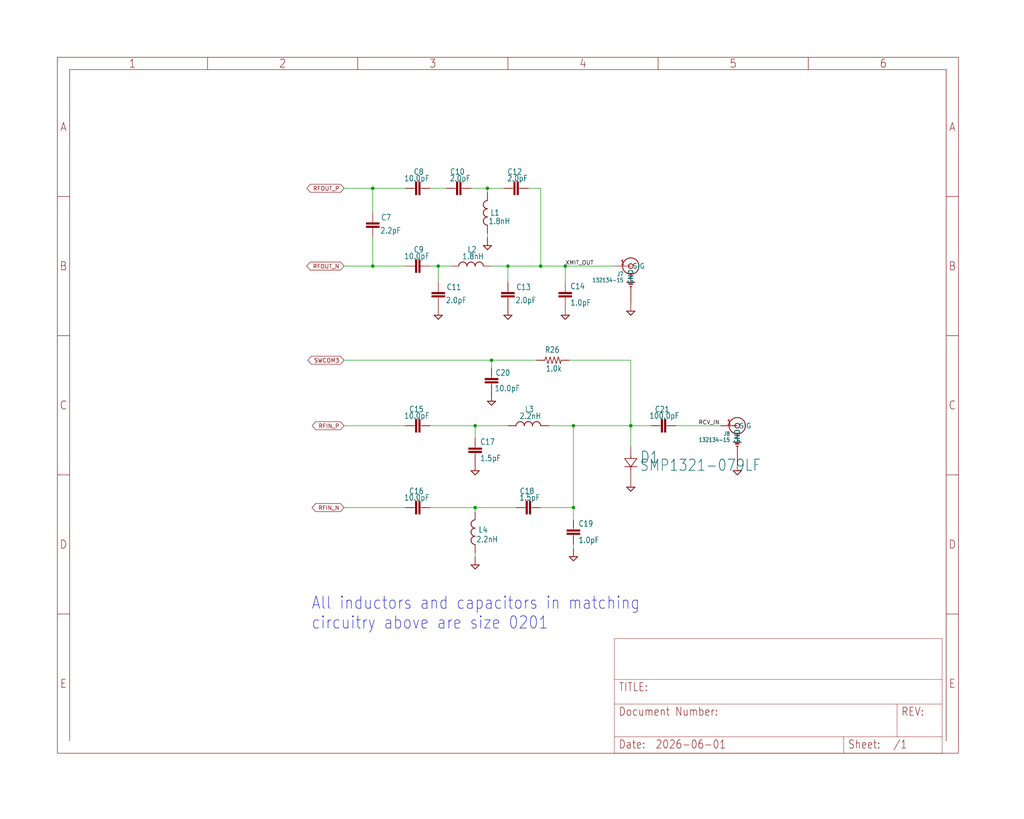
<source format=kicad_sch>
(kicad_sch (version 20250114) (generator "eeschema") (generator_version "9.0")
  (paper "User" 317.5 254.127)
  (lib_symbols
    (symbol "AR9271_eval-eagle-import:132134-15"
      (property "Reference" "J" (at 2.224 -3.1771 0))
      (symbol "132134-15_1_0"
        (polyline (pts (xy -1.27 -5.08) (xy 1.27 -5.08)) (stroke (width 0.254)))
        (polyline (pts (xy -0.635 -5.715) (xy 0.635 -5.715)) (stroke (width 0.254)))
        (polyline (pts (xy -0.3175 -6.35) (xy 0.3175 -6.35)) (stroke (width 0.254)))
        (circle (center 0 0) (radius 0.7184) (stroke (width 0.254)))
        (circle (center 0 0) (radius 2.54) (stroke (width 0.254)))
        (polyline (pts (xy 0 -2.54) (xy 0 -5.08)) (stroke (width 0.254)))
        (pin passive line (at 0 -11.43 90) (length 5.08) (name "GND") (number "P1"))
        (pin passive line (at 0 -11.43 90) (length 5.08) (name "GND") (number "P2"))
        (pin passive line (at 0 -11.43 90) (length 5.08) (name "GND") (number "P3"))
        (pin passive line (at 0 -11.43 90) (length 5.08) (name "GND") (number "P4"))
        (pin passive line (at 5.08 0 180) (length 5.08) (name "SIG") (number "1"))
      )
    )
    (symbol "AR9271_eval-eagle-import:C-EU0201-B-NOSILK"
      (property "Reference" "C" (at 1.524 0.381 0))
      (symbol "C-EU0201-B-NOSILK_1_0"
        (rectangle (start -2.032 -1.016) (end 2.032 -0.508) (fill (type outline)))
        (rectangle (start -2.032 -2.032) (end 2.032 -1.524) (fill (type outline)))
        (polyline (pts (xy 0 0) (xy 0 -0.508)) (stroke (width 0.1524)))
        (polyline (pts (xy 0 -2.54) (xy 0 -2.032)) (stroke (width 0.1524)))
        (pin passive line (at 0 2.54 270) (length 2.54) (name "1") (number "1"))
        (pin passive line (at 0 -5.08 90) (length 2.54) (name "2") (number "2"))
      )
    )
    (symbol "AR9271_eval-eagle-import:FRAME_A_L"
      (symbol "FRAME_A_L_1_0"
        (polyline (pts (xy 0 215.9) (xy 279.4 215.9) (xy 279.4 0) (xy 0 0) (xy 0 215.9)))
        (polyline (pts (xy 0 172.72) (xy 3.81 172.72)))
        (polyline (pts (xy 0 129.54) (xy 3.81 129.54)))
        (polyline (pts (xy 0 86.36) (xy 3.81 86.36)))
        (polyline (pts (xy 0 43.18) (xy 3.81 43.18)))
        (polyline (pts (xy 3.81 212.09) (xy 3.81 3.81)))
        (polyline (pts (xy 46.5667 215.9) (xy 46.5667 212.09)))
        (polyline (pts (xy 93.1333 215.9) (xy 93.1333 212.09)))
        (polyline (pts (xy 139.7 215.9) (xy 139.7 212.09)))
        (polyline (pts (xy 186.2667 215.9) (xy 186.2667 212.09)))
        (polyline (pts (xy 232.8333 215.9) (xy 232.8333 212.09)))
        (polyline (pts (xy 275.59 212.09) (xy 3.81 212.09)))
        (polyline (pts (xy 275.59 212.09) (xy 275.59 3.81)))
        (polyline (pts (xy 275.59 172.72) (xy 279.4 172.72)))
        (polyline (pts (xy 275.59 129.54) (xy 279.4 129.54)))
        (polyline (pts (xy 275.59 86.36) (xy 279.4 86.36)))
        (polyline (pts (xy 275.59 43.18) (xy 279.4 43.18)))
        (text "A" (at 1.905 194.31 0) (effects (font (size 2.54 2.286))))
        (text "B" (at 1.905 151.13 0) (effects (font (size 2.54 2.286))))
        (text "C" (at 1.905 107.95 0) (effects (font (size 2.54 2.286))))
        (text "D" (at 1.905 64.77 0) (effects (font (size 2.54 2.286))))
        (text "E" (at 1.905 21.59 0) (effects (font (size 2.54 2.286))))
        (text "1" (at 23.2833 213.995 0) (effects (font (size 2.54 2.286))))
        (text "2" (at 69.85 213.995 0) (effects (font (size 2.54 2.286))))
        (text "3" (at 116.4167 213.995 0) (effects (font (size 2.54 2.286))))
        (text "4" (at 162.9833 213.995 0) (effects (font (size 2.54 2.286))))
        (text "5" (at 209.55 213.995 0) (effects (font (size 2.54 2.286))))
        (text "6" (at 256.1167 213.995 0) (effects (font (size 2.54 2.286))))
        (text "A" (at 277.495 194.31 0) (effects (font (size 2.54 2.286))))
        (text "B" (at 277.495 151.13 0) (effects (font (size 2.54 2.286))))
        (text "C" (at 277.495 107.95 0) (effects (font (size 2.54 2.286))))
        (text "D" (at 277.495 64.77 0) (effects (font (size 2.54 2.286))))
        (text "E" (at 277.495 21.59 0) (effects (font (size 2.54 2.286))))
      )
      (symbol "FRAME_A_L_2_0"
        (polyline (pts (xy 0 22.86) (xy 0 35.56)) (stroke (width 0.1016)))
        (polyline (pts (xy 0 22.86) (xy 101.6 22.86)) (stroke (width 0.1016)))
        (polyline (pts (xy 0 15.24) (xy 0 22.86)) (stroke (width 0.1016)))
        (polyline (pts (xy 0 5.08) (xy 0 15.24)) (stroke (width 0.1016)))
        (polyline (pts (xy 0 5.08) (xy 71.12 5.08)) (stroke (width 0.1016)))
        (polyline (pts (xy 0 0) (xy 0 5.08)) (stroke (width 0.1016)))
        (polyline (pts (xy 0 0) (xy 71.12 0)) (stroke (width 0.1016)))
        (polyline (pts (xy 71.12 5.08) (xy 71.12 0)) (stroke (width 0.1016)))
        (polyline (pts (xy 71.12 5.08) (xy 87.63 5.08)) (stroke (width 0.1016)))
        (polyline (pts (xy 71.12 0) (xy 101.6 0)) (stroke (width 0.1016)))
        (polyline (pts (xy 87.63 15.24) (xy 0 15.24)) (stroke (width 0.1016)))
        (polyline (pts (xy 87.63 15.24) (xy 87.63 5.08)) (stroke (width 0.1016)))
        (polyline (pts (xy 87.63 5.08) (xy 101.6 5.08)) (stroke (width 0.1016)))
        (polyline (pts (xy 101.6 35.56) (xy 0 35.56)) (stroke (width 0.1016)))
        (polyline (pts (xy 101.6 35.56) (xy 101.6 22.86)) (stroke (width 0.1016)))
        (polyline (pts (xy 101.6 22.86) (xy 101.6 15.24)) (stroke (width 0.1016)))
        (polyline (pts (xy 101.6 15.24) (xy 87.63 15.24)) (stroke (width 0.1016)))
        (polyline (pts (xy 101.6 15.24) (xy 101.6 5.08)) (stroke (width 0.1016)))
        (polyline (pts (xy 101.6 5.08) (xy 101.6 0)) (stroke (width 0.1016)))
        (text "TITLE:" (at 1.27 19.05 0) (effects (font (size 2.54 2.159)) (justify left bottom)))
        (text "Document Number:" (at 1.27 11.43 0) (effects (font (size 2.54 2.159)) (justify left bottom)))
        (text "Date:" (at 1.27 1.27 0) (effects (font (size 2.54 2.159)) (justify left bottom)))
        (text "${CURRENT_DATE}" (at 12.7 1.27 0) (effects (font (size 2.54 2.159)) (justify left bottom)))
        (text "${PROJECTNAME}" (at 17.78 19.05 0) (effects (font (size 2.54 2.159)) (justify left bottom)))
        (text "Sheet:" (at 72.39 1.27 0) (effects (font (size 2.54 2.159)) (justify left bottom)))
        (text "${#}/${##}" (at 86.36 1.27 0) (effects (font (size 2.54 2.159)) (justify left bottom)))
        (text "REV:" (at 88.9 11.43 0) (effects (font (size 2.54 2.159)) (justify left bottom)))
      )
    )
    (symbol "AR9271_eval-eagle-import:GND" (power)
      (symbol "GND_1_0"
        (polyline (pts (xy -1.27 0) (xy 1.27 0)) (stroke (width 0.254)))
        (polyline (pts (xy 0 -1.27) (xy -1.27 0)) (stroke (width 0.254)))
        (polyline (pts (xy 1.27 0) (xy 0 -1.27)) (stroke (width 0.254)))
        (pin power_in line (at 0 2.54 270) (length 2.54) (name "GND") (number "1"))
      )
    )
    (symbol "AR9271_eval-eagle-import:L-US0201-B-NOSILK"
      (property "Reference" "L" (at -5.08 2.54 0))
      (symbol "L-US0201-B-NOSILK_1_0"
        (arc (start -3.81 1.27) (mid -2.912 0.898) (end -2.54 0) (stroke (width 0.254)))
        (arc (start -5.08 0) (mid -4.708 0.898) (end -3.81 1.27) (stroke (width 0.254)))
        (arc (start -1.27 1.27) (mid -0.372 0.898) (end 0 0) (stroke (width 0.254)))
        (arc (start -2.54 0) (mid -2.168 0.898) (end -1.27 1.27) (stroke (width 0.254)))
        (arc (start 0 0) (mid 0.372 0.898) (end 1.27 1.27) (stroke (width 0.254)))
        (arc (start 1.27 1.27) (mid 2.168 0.898) (end 2.54 0) (stroke (width 0.254)))
        (pin passive line (at -7.62 0 0) (length 2.54) (name "1") (number "1"))
        (pin passive line (at 5.08 0 180) (length 2.54) (name "2") (number "2"))
      )
    )
    (symbol "AR9271_eval-eagle-import:R-US_0201-B-NOSILK"
      (property "Reference" "R" (at -3.81 1.4986 0))
      (symbol "R-US_0201-B-NOSILK_1_0"
        (polyline (pts (xy -2.54 0) (xy -2.159 1.016)) (stroke (width 0.2032)))
        (polyline (pts (xy -2.159 1.016) (xy -1.524 -1.016)) (stroke (width 0.2032)))
        (polyline (pts (xy -1.524 -1.016) (xy -0.889 1.016)) (stroke (width 0.2032)))
        (polyline (pts (xy -0.889 1.016) (xy -0.254 -1.016)) (stroke (width 0.2032)))
        (polyline (pts (xy -0.254 -1.016) (xy 0.381 1.016)) (stroke (width 0.2032)))
        (polyline (pts (xy 0.381 1.016) (xy 1.016 -1.016)) (stroke (width 0.2032)))
        (polyline (pts (xy 1.016 -1.016) (xy 1.651 1.016)) (stroke (width 0.2032)))
        (polyline (pts (xy 1.651 1.016) (xy 2.286 -1.016)) (stroke (width 0.2032)))
        (polyline (pts (xy 2.286 -1.016) (xy 2.54 0)) (stroke (width 0.2032)))
        (pin passive line (at -5.08 0 0) (length 2.54) (name "1") (number "1"))
        (pin passive line (at 5.08 0 180) (length 2.54) (name "2") (number "2"))
      )
    )
    (symbol "AR9271_eval-eagle-import:SMP1321-079LF"
      (symbol "SMP1321-079LF_1_0"
        (polyline (pts (xy 2.54 0) (xy 3.175 0)) (stroke (width 0.2032)))
        (polyline (pts (xy 3.175 0) (xy 3.4798 0)) (stroke (width 0.2032)))
        (polyline (pts (xy 3.175 0) (xy 3.81 0)) (stroke (width 0.2032)))
        (polyline (pts (xy 3.81 1.905) (xy 3.81 0)) (stroke (width 0.2032)))
        (polyline (pts (xy 3.81 0) (xy 3.81 -1.905)) (stroke (width 0.2032)))
        (polyline (pts (xy 3.81 -1.905) (xy 6.35 0)) (stroke (width 0.2032)))
        (polyline (pts (xy 6.35 0) (xy 3.81 1.905)) (stroke (width 0.2032)))
        (polyline (pts (xy 6.35 0) (xy 6.35 1.905)) (stroke (width 0.2032)))
        (polyline (pts (xy 6.35 0) (xy 7.62 0)) (stroke (width 0.2032)))
        (polyline (pts (xy 6.35 -1.905) (xy 6.35 0)) (stroke (width 0.2032)))
        (pin passive line (at 0 0 0) (length 2.54) (name "2") (number "2"))
        (pin passive line (at 10.16 0 180) (length 2.54) (name "1") (number "1"))
      )
    )
  )
  (text "All inductors and capacitors in matching\ncircuitry above are size 0201" (at 96.52 195.58 0) (effects (font (size 3.81 3.2385)) (justify left bottom)))
  (junction (at 177.8 132.08))
  (junction (at 175.26 82.55))
  (junction (at 177.8 157.48))
  (junction (at 151.13 58.42))
  (junction (at 167.64 82.55))
  (junction (at 115.57 58.42))
  (junction (at 147.32 157.48))
  (junction (at 152.4 111.76))
  (junction (at 147.32 132.08))
  (junction (at 195.58 132.08))
  (junction (at 115.57 82.55))
  (junction (at 135.89 82.55))
  (junction (at 157.48 82.55))
  (wire (pts (xy 166.37 111.76) (xy 152.4 111.76)) (stroke (width 0.1524)))
  (wire (pts (xy 152.4 114.3) (xy 152.4 111.76)) (stroke (width 0.1524)))
  (wire (pts (xy 115.57 73.66) (xy 115.57 82.55)) (stroke (width 0.1524)))
  (wire (pts (xy 177.8 161.29) (xy 177.8 157.48)) (stroke (width 0.1524)))
  (wire (pts (xy 167.64 82.55) (xy 175.26 82.55)) (stroke (width 0.1524)))
  (wire (pts (xy 115.57 82.55) (xy 106.68 82.55)) (stroke (width 0.1524)))
  (wire (pts (xy 177.8 170.18) (xy 177.8 168.91)) (stroke (width 0.1524)))
  (wire (pts (xy 175.26 82.55) (xy 190.5 82.55)) (stroke (width 0.1524)))
  (wire (pts (xy 177.8 157.48) (xy 177.8 132.08)) (stroke (width 0.1524)))
  (wire (pts (xy 133.35 58.42) (xy 138.43 58.42)) (stroke (width 0.1524)))
  (wire (pts (xy 157.48 82.55) (xy 167.64 82.55)) (stroke (width 0.1524)))
  (wire (pts (xy 133.35 157.48) (xy 147.32 157.48)) (stroke (width 0.1524)))
  (wire (pts (xy 195.58 132.08) (xy 195.58 138.43)) (stroke (width 0.1524)))
  (wire (pts (xy 195.58 111.76) (xy 195.58 132.08)) (stroke (width 0.1524)))
  (wire (pts (xy 151.13 59.69) (xy 151.13 58.42)) (stroke (width 0.1524)))
  (wire (pts (xy 135.89 82.55) (xy 139.7 82.55)) (stroke (width 0.1524)))
  (wire (pts (xy 125.73 58.42) (xy 115.57 58.42)) (stroke (width 0.1524)))
  (wire (pts (xy 175.26 82.55) (xy 175.26 87.63)) (stroke (width 0.1524)))
  (wire (pts (xy 176.53 111.76) (xy 195.58 111.76)) (stroke (width 0.1524)))
  (wire (pts (xy 201.93 132.08) (xy 195.58 132.08)) (stroke (width 0.1524)))
  (wire (pts (xy 115.57 82.55) (xy 125.73 82.55)) (stroke (width 0.1524)))
  (wire (pts (xy 152.4 111.76) (xy 106.68 111.76)) (stroke (width 0.1524)))
  (wire (pts (xy 209.55 132.08) (xy 223.52 132.08)) (stroke (width 0.1524)))
  (wire (pts (xy 115.57 58.42) (xy 115.57 66.04)) (stroke (width 0.1524)))
  (wire (pts (xy 167.64 58.42) (xy 167.64 82.55)) (stroke (width 0.1524)))
  (wire (pts (xy 115.57 58.42) (xy 106.68 58.42)) (stroke (width 0.1524)))
  (wire (pts (xy 147.32 171.45) (xy 147.32 172.72)) (stroke (width 0.1524)))
  (wire (pts (xy 151.13 73.66) (xy 151.13 72.39)) (stroke (width 0.1524)))
  (wire (pts (xy 177.8 132.08) (xy 195.58 132.08)) (stroke (width 0.1524)))
  (wire (pts (xy 146.05 58.42) (xy 151.13 58.42)) (stroke (width 0.1524)))
  (wire (pts (xy 163.83 58.42) (xy 167.64 58.42)) (stroke (width 0.1524)))
  (wire (pts (xy 152.4 82.55) (xy 157.48 82.55)) (stroke (width 0.1524)))
  (wire (pts (xy 151.13 58.42) (xy 156.21 58.42)) (stroke (width 0.1524)))
  (wire (pts (xy 177.8 132.08) (xy 170.18 132.08)) (stroke (width 0.1524)))
  (wire (pts (xy 125.73 132.08) (xy 106.68 132.08)) (stroke (width 0.1524)))
  (wire (pts (xy 157.48 82.55) (xy 157.48 87.63)) (stroke (width 0.1524)))
  (wire (pts (xy 147.32 135.89) (xy 147.32 132.08)) (stroke (width 0.1524)))
  (wire (pts (xy 147.32 157.48) (xy 160.02 157.48)) (stroke (width 0.1524)))
  (wire (pts (xy 147.32 132.08) (xy 157.48 132.08)) (stroke (width 0.1524)))
  (wire (pts (xy 133.35 132.08) (xy 147.32 132.08)) (stroke (width 0.1524)))
  (wire (pts (xy 135.89 87.63) (xy 135.89 82.55)) (stroke (width 0.1524)))
  (wire (pts (xy 125.73 157.48) (xy 106.68 157.48)) (stroke (width 0.1524)))
  (wire (pts (xy 147.32 158.75) (xy 147.32 157.48)) (stroke (width 0.1524)))
  (wire (pts (xy 167.64 157.48) (xy 177.8 157.48)) (stroke (width 0.1524)))
  (wire (pts (xy 133.35 82.55) (xy 135.89 82.55)) (stroke (width 0.1524)))
  (label "XMIT_OUT" (at 175.26 82.55 0) (effects (font (size 1.2446 1.2446))))
  (label "RCV_IN" (at 216.535 132.08 0) (effects (font (size 1.2446 1.2446))))
  (global_label "RFOUT_P" (shape bidirectional) (at 106.68 58.42 180) (effects (font (size 1.2446 1.2446))) (property "Intersheetrefs" "${INTERSHEET_REFS}" (effects (hide yes))))
  (global_label "RFIN_P" (shape bidirectional) (at 106.68 132.08 180) (effects (font (size 1.2446 1.2446))) (property "Intersheetrefs" "${INTERSHEET_REFS}" (effects (hide yes))))
  (global_label "RFOUT_N" (shape bidirectional) (at 106.68 82.55 180) (effects (font (size 1.2446 1.2446))) (property "Intersheetrefs" "${INTERSHEET_REFS}" (effects (hide yes))))
  (global_label "SWCOM3" (shape bidirectional) (at 106.68 111.76 180) (effects (font (size 1.2446 1.2446))) (property "Intersheetrefs" "${INTERSHEET_REFS}" (effects (hide yes))))
  (global_label "RFIN_N" (shape bidirectional) (at 106.68 157.48 180) (effects (font (size 1.2446 1.2446))) (property "Intersheetrefs" "${INTERSHEET_REFS}" (effects (hide yes))))
  (symbol (lib_id "AR9271_eval-eagle-import:C-EU0201-B-NOSILK") (at 204.47 132.08 90) (unit 1)
    (property "Reference" "C21" (at 207.645 125.984 90) (effects (font (size 1.778 1.5113)) (justify left bottom)))
    (property "Value" "100.0pF" (at 210.693 128.016 90) (effects (font (size 1.778 1.5113)) (justify left bottom)))
    (property "Footprint" "AR9271_eval:.0201-B-NOSILK" (effects (hide yes)))
    (property "MPN" "UMK063CG101JT-F " (effects (hide yes)))
  )
  (symbol (lib_id "AR9271_eval-eagle-import:GND") (at 147.32 146.05 0) (unit 1)
    (property "Reference" "#SUPPLY34" (effects (hide yes)))
    (property "Value" "GND" (effects (hide yes)))
  )
  (symbol (lib_id "AR9271_eval-eagle-import:C-EU0201-B-NOSILK") (at 152.4 116.84 0) (unit 1)
    (property "Reference" "C20" (at 158.242 114.681 0) (effects (font (size 1.778 1.5113)) (justify right top)))
    (property "Value" "10.0pF" (at 161.29 119.507 0) (effects (font (size 1.778 1.5113)) (justify right top)))
    (property "Footprint" "AR9271_eval:.0201-B-NOSILK" (effects (hide yes)))
    (property "MPN" "UMK063CG100DTHF  " (effects (hide yes)))
  )
  (symbol (lib_id "AR9271_eval-eagle-import:GND") (at 228.6 146.05 0) (unit 1)
    (property "Reference" "#SUPPLY49" (effects (hide yes)))
    (property "Value" "GND" (effects (hide yes)))
  )
  (symbol (lib_id "AR9271_eval-eagle-import:GND") (at 152.4 124.46 0) (unit 1)
    (property "Reference" "#SUPPLY37" (effects (hide yes)))
    (property "Value" "GND" (effects (hide yes)))
  )
  (symbol (lib_id "AR9271_eval-eagle-import:GND") (at 195.58 96.52 0) (unit 1)
    (property "Reference" "#SUPPLY50" (effects (hide yes)))
    (property "Value" "GND" (effects (hide yes)))
  )
  (symbol (lib_id "AR9271_eval-eagle-import:C-EU0201-B-NOSILK") (at 128.27 157.48 90) (unit 1)
    (property "Reference" "C16" (at 131.445 151.384 90) (effects (font (size 1.778 1.5113)) (justify left bottom)))
    (property "Value" "10.0pF" (at 133.223 153.416 90) (effects (font (size 1.778 1.5113)) (justify left bottom)))
    (property "Footprint" "AR9271_eval:.0201-B-NOSILK" (effects (hide yes)))
    (property "MPN" "UMK063CG100DTHF  " (effects (hide yes)))
  )
  (symbol (lib_id "AR9271_eval-eagle-import:L-US0201-B-NOSILK") (at 147.32 82.55 0) (unit 1)
    (property "Reference" "L2" (at 147.828 76.454 0) (effects (font (size 1.778 1.5113)) (justify right top)))
    (property "Value" "1.8nH" (at 143.256 80.518 0) (effects (font (size 1.778 1.5113)) (justify left bottom)))
    (property "Footprint" "AR9271_eval:.0201-B-NOSILK" (effects (hide yes)))
    (property "MPN" "LQP03TN1N8B02D " (effects (hide yes)))
  )
  (symbol (lib_id "AR9271_eval-eagle-import:C-EU0201-B-NOSILK") (at 115.57 71.12 180) (unit 1)
    (property "Reference" "C7" (at 118.11 68.453 0) (effects (font (size 1.778 1.5113)) (justify right top)))
    (property "Value" "2.2pF" (at 117.856 72.517 0) (effects (font (size 1.778 1.5113)) (justify right top)))
    (property "Footprint" "AR9271_eval:.0201-B-NOSILK" (effects (hide yes)))
    (property "MPN" "UMK063CG2R2CTHF  " (effects (hide yes)))
  )
  (symbol (lib_id "AR9271_eval-eagle-import:GND") (at 195.58 151.13 0) (unit 1)
    (property "Reference" "#SUPPLY38" (effects (hide yes)))
    (property "Value" "GND" (effects (hide yes)))
  )
  (symbol (lib_id "AR9271_eval-eagle-import:L-US0201-B-NOSILK") (at 151.13 64.77 90) (unit 1)
    (property "Reference" "L1" (at 154.94 65.024 90) (effects (font (size 1.778 1.5113)) (justify left bottom)))
    (property "Value" "1.8nH" (at 158.242 69.596 90) (effects (font (size 1.778 1.5113)) (justify left top)))
    (property "Footprint" "AR9271_eval:.0201-B-NOSILK" (effects (hide yes)))
    (property "MPN" "LQP03TN1N8B02D " (effects (hide yes)))
  )
  (symbol (lib_id "AR9271_eval-eagle-import:C-EU0201-B-NOSILK") (at 157.48 92.71 180) (unit 1)
    (property "Reference" "C13" (at 160.02 90.043 0) (effects (font (size 1.778 1.5113)) (justify right top)))
    (property "Value" "2.0pF" (at 159.766 94.107 0) (effects (font (size 1.778 1.5113)) (justify right top)))
    (property "Footprint" "AR9271_eval:.0201-B-NOSILK" (effects (hide yes)))
    (property "MPN" "UMK063CG020CTHF  " (effects (hide yes)))
  )
  (symbol (lib_id "AR9271_eval-eagle-import:L-US0201-B-NOSILK") (at 165.1 132.08 0) (unit 1)
    (property "Reference" "L3" (at 165.608 125.984 0) (effects (font (size 1.778 1.5113)) (justify right top)))
    (property "Value" "2.2nH" (at 161.036 130.048 0) (effects (font (size 1.778 1.5113)) (justify left bottom)))
    (property "Footprint" "AR9271_eval:.0201-B-NOSILK" (effects (hide yes)))
    (property "MPN" "LQP03TN2N2B02D " (effects (hide yes)))
  )
  (symbol (lib_id "AR9271_eval-eagle-import:C-EU0201-B-NOSILK") (at 158.75 58.42 90) (unit 1)
    (property "Reference" "C12" (at 161.925 52.324 90) (effects (font (size 1.778 1.5113)) (justify left bottom)))
    (property "Value" "2.0pF" (at 163.703 54.356 90) (effects (font (size 1.778 1.5113)) (justify left bottom)))
    (property "Footprint" "AR9271_eval:.0201-B-NOSILK" (effects (hide yes)))
    (property "MPN" "UMK063CG020CTHF  " (effects (hide yes)))
  )
  (symbol (lib_id "AR9271_eval-eagle-import:GND") (at 157.48 97.79 0) (unit 1)
    (property "Reference" "#SUPPLY31" (effects (hide yes)))
    (property "Value" "GND" (effects (hide yes)))
  )
  (symbol (lib_id "AR9271_eval-eagle-import:SMP1321-079LF") (at 195.58 138.43 270) (unit 1)
    (property "Reference" "D1" (at 198.2724 143.7386 90) (effects (font (size 3.4798 2.9578)) (justify left bottom)))
    (property "Value" "SMP1321-079LF" (at 198.1708 146.2278 90) (effects (font (size 3.4798 2.9578)) (justify left bottom)))
    (property "Footprint" "AR9271_eval:SOD523" (effects (hide yes)))
  )
  (symbol (lib_id "AR9271_eval-eagle-import:FRAME_A_L") (at 17.78 233.68 0) (unit 1)
    (property "Reference" "#FRAME2" (effects (hide yes)))
    (property "Value" "FRAME_A_L" (effects (hide yes)))
  )
  (symbol (lib_id "AR9271_eval-eagle-import:C-EU0201-B-NOSILK") (at 175.26 90.17 0) (unit 1)
    (property "Reference" "C14" (at 176.784 89.789 0) (effects (font (size 1.778 1.5113)) (justify left bottom)))
    (property "Value" "1.0pF" (at 176.784 94.869 0) (effects (font (size 1.778 1.5113)) (justify left bottom)))
    (property "Footprint" "AR9271_eval:.0201-B-NOSILK" (effects (hide yes)))
    (property "MPN" "UMK063CG010CTHF" (effects (hide yes)))
  )
  (symbol (lib_id "AR9271_eval-eagle-import:GND") (at 151.13 76.2 0) (unit 1)
    (property "Reference" "#SUPPLY33" (effects (hide yes)))
    (property "Value" "GND" (effects (hide yes)))
  )
  (symbol (lib_id "AR9271_eval-eagle-import:C-EU0201-B-NOSILK") (at 177.8 163.83 0) (unit 1)
    (property "Reference" "C19" (at 179.324 163.449 0) (effects (font (size 1.778 1.5113)) (justify left bottom)))
    (property "Value" "1.0pF" (at 179.324 168.529 0) (effects (font (size 1.778 1.5113)) (justify left bottom)))
    (property "Footprint" "AR9271_eval:.0201-B-NOSILK" (effects (hide yes)))
    (property "MPN" "UMK063CG010CTHF" (effects (hide yes)))
  )
  (symbol (lib_id "AR9271_eval-eagle-import:R-US_0201-B-NOSILK") (at 171.45 111.76 0) (unit 1)
    (property "Reference" "R26" (at 168.91 109.4994 0) (effects (font (size 1.778 1.5113)) (justify left bottom)))
    (property "Value" "1.0k" (at 169.164 115.316 0) (effects (font (size 1.778 1.5113)) (justify left bottom)))
    (property "Footprint" "AR9271_eval:.0201-B-NOSILK" (effects (hide yes)))
    (property "MPN" "ERJ-1GNF1001C  " (effects (hide yes)))
  )
  (symbol (lib_id "AR9271_eval-eagle-import:C-EU0201-B-NOSILK") (at 140.97 58.42 90) (unit 1)
    (property "Reference" "C10" (at 144.145 52.324 90) (effects (font (size 1.778 1.5113)) (justify left bottom)))
    (property "Value" "2.0pF" (at 145.923 54.356 90) (effects (font (size 1.778 1.5113)) (justify left bottom)))
    (property "Footprint" "AR9271_eval:.0201-B-NOSILK" (effects (hide yes)))
    (property "MPN" "UMK063CG020CTHF  " (effects (hide yes)))
  )
  (symbol (lib_id "AR9271_eval-eagle-import:GND") (at 147.32 175.26 0) (unit 1)
    (property "Reference" "#SUPPLY35" (effects (hide yes)))
    (property "Value" "GND" (effects (hide yes)))
  )
  (symbol (lib_id "AR9271_eval-eagle-import:C-EU0201-B-NOSILK") (at 128.27 58.42 90) (unit 1)
    (property "Reference" "C8" (at 131.445 52.324 90) (effects (font (size 1.778 1.5113)) (justify left bottom)))
    (property "Value" "10.0pF" (at 133.223 54.356 90) (effects (font (size 1.778 1.5113)) (justify left bottom)))
    (property "Footprint" "AR9271_eval:.0201-B-NOSILK" (effects (hide yes)))
    (property "MPN" "UMK063CG100DTHF  " (effects (hide yes)))
  )
  (symbol (lib_id "AR9271_eval-eagle-import:132134-15") (at 195.58 82.55 0) (mirror y) (unit 1)
    (property "Reference" "J7" (at 193.356 85.7272 0) (effects (font (size 1.2708 1.0801)) (justify left bottom)))
    (property "Value" "132134-15" (at 193.3569 87.6312 0) (effects (font (size 1.2703 1.0797)) (justify left bottom)))
    (property "Footprint" "AR9271_eval:AMPHENOL_132134-15" (effects (hide yes)))
    (property "MPN" "132134-15" (effects (hide yes)))
  )
  (symbol (lib_id "AR9271_eval-eagle-import:GND") (at 135.89 97.79 0) (unit 1)
    (property "Reference" "#SUPPLY30" (effects (hide yes)))
    (property "Value" "GND" (effects (hide yes)))
  )
  (symbol (lib_id "AR9271_eval-eagle-import:GND") (at 175.26 97.79 0) (unit 1)
    (property "Reference" "#SUPPLY32" (effects (hide yes)))
    (property "Value" "GND" (effects (hide yes)))
  )
  (symbol (lib_id "AR9271_eval-eagle-import:L-US0201-B-NOSILK") (at 147.32 163.83 90) (unit 1)
    (property "Reference" "L4" (at 148.336 165.354 90) (effects (font (size 1.778 1.5113)) (justify right top)))
    (property "Value" "2.2nH" (at 154.432 166.37 90) (effects (font (size 1.778 1.5113)) (justify left bottom)))
    (property "Footprint" "AR9271_eval:.0201-B-NOSILK" (effects (hide yes)))
    (property "MPN" "LQP03TN2N2B02D " (effects (hide yes)))
  )
  (symbol (lib_id "AR9271_eval-eagle-import:GND") (at 177.8 172.72 0) (unit 1)
    (property "Reference" "#SUPPLY36" (effects (hide yes)))
    (property "Value" "GND" (effects (hide yes)))
  )
  (symbol (lib_id "AR9271_eval-eagle-import:FRAME_A_L") (at 190.5 233.68 0) (unit 2)
    (property "Reference" "#FRAME2" (effects (hide yes)))
    (property "Value" "FRAME_A_L" (effects (hide yes)))
  )
  (symbol (lib_id "AR9271_eval-eagle-import:C-EU0201-B-NOSILK") (at 128.27 82.55 90) (unit 1)
    (property "Reference" "C9" (at 131.445 76.454 90) (effects (font (size 1.778 1.5113)) (justify left bottom)))
    (property "Value" "10.0pF" (at 133.223 78.486 90) (effects (font (size 1.778 1.5113)) (justify left bottom)))
    (property "Footprint" "AR9271_eval:.0201-B-NOSILK" (effects (hide yes)))
    (property "MPN" "UMK063CG100DTHF  " (effects (hide yes)))
  )
  (symbol (lib_id "AR9271_eval-eagle-import:C-EU0201-B-NOSILK") (at 162.56 157.48 90) (unit 1)
    (property "Reference" "C18" (at 165.735 151.384 90) (effects (font (size 1.778 1.5113)) (justify left bottom)))
    (property "Value" "1.5pF" (at 167.513 153.416 90) (effects (font (size 1.778 1.5113)) (justify left bottom)))
    (property "Footprint" "AR9271_eval:.0201-B-NOSILK" (effects (hide yes)))
    (property "MPN" "UMK063CG1R5CT-F " (effects (hide yes)))
  )
  (symbol (lib_id "AR9271_eval-eagle-import:C-EU0201-B-NOSILK") (at 147.32 138.43 0) (unit 1)
    (property "Reference" "C17" (at 148.844 138.049 0) (effects (font (size 1.778 1.5113)) (justify left bottom)))
    (property "Value" "1.5pF" (at 148.844 143.129 0) (effects (font (size 1.778 1.5113)) (justify left bottom)))
    (property "Footprint" "AR9271_eval:.0201-B-NOSILK" (effects (hide yes)))
    (property "MPN" "UMK063CG1R5CT-F " (effects (hide yes)))
  )
  (symbol (lib_id "AR9271_eval-eagle-import:C-EU0201-B-NOSILK") (at 135.89 92.71 180) (unit 1)
    (property "Reference" "C11" (at 138.43 90.043 0) (effects (font (size 1.778 1.5113)) (justify right top)))
    (property "Value" "2.0pF" (at 138.176 94.107 0) (effects (font (size 1.778 1.5113)) (justify right top)))
    (property "Footprint" "AR9271_eval:.0201-B-NOSILK" (effects (hide yes)))
    (property "MPN" "UMK063CG020CTHF  " (effects (hide yes)))
  )
  (symbol (lib_id "AR9271_eval-eagle-import:132134-15") (at 228.6 132.08 0) (mirror y) (unit 1)
    (property "Reference" "J8" (at 226.376 135.2572 0) (effects (font (size 1.2708 1.0801)) (justify left bottom)))
    (property "Value" "132134-15" (at 226.3769 137.1612 0) (effects (font (size 1.2703 1.0797)) (justify left bottom)))
    (property "Footprint" "AR9271_eval:AMPHENOL_132134-15" (effects (hide yes)))
    (property "MPN" "132134-15" (effects (hide yes)))
  )
  (symbol (lib_id "AR9271_eval-eagle-import:C-EU0201-B-NOSILK") (at 128.27 132.08 90) (unit 1)
    (property "Reference" "C15" (at 131.445 125.984 90) (effects (font (size 1.778 1.5113)) (justify left bottom)))
    (property "Value" "10.0pF" (at 133.223 128.016 90) (effects (font (size 1.778 1.5113)) (justify left bottom)))
    (property "Footprint" "AR9271_eval:.0201-B-NOSILK" (effects (hide yes)))
    (property "MPN" "UMK063CG100DTHF  " (effects (hide yes)))
  )
)
</source>
